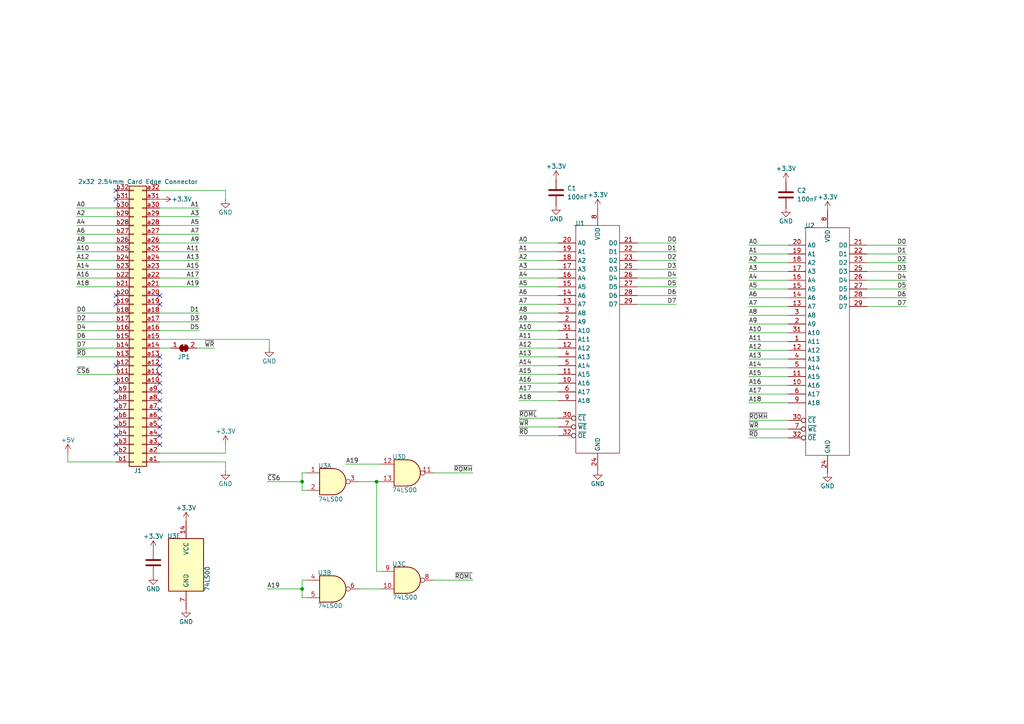
<source format=kicad_sch>
(kicad_sch (version 20230121) (generator eeschema)
  (paper "A4")
  (lib_symbols
    (symbol "74xx:74LS00" (pin_names (offset 1.016))
      (property "Reference" "U" (at 0 1.27 0))
      (property "Value" "74LS00" (at 0 -1.27 0))
      (symbol "74LS00_1_1"
        (arc (start 0 -3.81) (mid 3.7934 0) (end 0 3.81) (stroke (width 0.254)) (fill (type background)))
        (polyline (pts (xy 0 3.81) (xy -3.81 3.81) (xy -3.81 -3.81) (xy 0 -3.81)) (stroke (width 0.254)) (fill (type background)))
        (pin input line (at -7.62 2.54 0) (length 3.81) (name "~") (number "1"))
        (pin input line (at -7.62 -2.54 0) (length 3.81) (name "~") (number "2"))
        (pin output inverted (at 7.62 0 180) (length 3.81) (name "~") (number "3"))
      )
      (symbol "74LS00_1_2"
        (arc (start -3.81 -3.81) (mid -2.589 0) (end -3.81 3.81) (stroke (width 0.254)))
        (arc (start -0.6096 -3.81) (mid 2.1842 -2.5851) (end 3.81 0) (stroke (width 0.254)) (fill (type background)))
        (polyline (pts (xy -3.81 -3.81) (xy -0.635 -3.81)) (stroke (width 0.254)) (fill (type background)))
        (polyline (pts (xy -3.81 3.81) (xy -0.635 3.81)) (stroke (width 0.254)) (fill (type background)))
        (polyline (pts (xy -0.635 3.81) (xy -3.81 3.81) (xy -3.81 3.81) (xy -3.556 3.4036) (xy -3.0226 2.2606) (xy -2.6924 1.0414) (xy -2.6162 -0.254) (xy -2.7686 -1.4986) (xy -3.175 -2.7178) (xy -3.81 -3.81) (xy -3.81 -3.81) (xy -0.635 -3.81)) (stroke (width -25.4)) (fill (type background)))
        (arc (start 3.81 0) (mid 2.1915 2.5936) (end -0.6096 3.81) (stroke (width 0.254)) (fill (type background)))
        (pin input inverted (at -7.62 2.54 0) (length 4.318) (name "~") (number "1"))
        (pin input inverted (at -7.62 -2.54 0) (length 4.318) (name "~") (number "2"))
        (pin output line (at 7.62 0 180) (length 3.81) (name "~") (number "3"))
      )
      (symbol "74LS00_2_1"
        (arc (start 0 -3.81) (mid 3.7934 0) (end 0 3.81) (stroke (width 0.254)) (fill (type background)))
        (polyline (pts (xy 0 3.81) (xy -3.81 3.81) (xy -3.81 -3.81) (xy 0 -3.81)) (stroke (width 0.254)) (fill (type background)))
        (pin input line (at -7.62 2.54 0) (length 3.81) (name "~") (number "4"))
        (pin input line (at -7.62 -2.54 0) (length 3.81) (name "~") (number "5"))
        (pin output inverted (at 7.62 0 180) (length 3.81) (name "~") (number "6"))
      )
      (symbol "74LS00_2_2"
        (arc (start -3.81 -3.81) (mid -2.589 0) (end -3.81 3.81) (stroke (width 0.254)))
        (arc (start -0.6096 -3.81) (mid 2.1842 -2.5851) (end 3.81 0) (stroke (width 0.254)) (fill (type background)))
        (polyline (pts (xy -3.81 -3.81) (xy -0.635 -3.81)) (stroke (width 0.254)) (fill (type background)))
        (polyline (pts (xy -3.81 3.81) (xy -0.635 3.81)) (stroke (width 0.254)) (fill (type background)))
        (polyline (pts (xy -0.635 3.81) (xy -3.81 3.81) (xy -3.81 3.81) (xy -3.556 3.4036) (xy -3.0226 2.2606) (xy -2.6924 1.0414) (xy -2.6162 -0.254) (xy -2.7686 -1.4986) (xy -3.175 -2.7178) (xy -3.81 -3.81) (xy -3.81 -3.81) (xy -0.635 -3.81)) (stroke (width -25.4)) (fill (type background)))
        (arc (start 3.81 0) (mid 2.1915 2.5936) (end -0.6096 3.81) (stroke (width 0.254)) (fill (type background)))
        (pin input inverted (at -7.62 2.54 0) (length 4.318) (name "~") (number "4"))
        (pin input inverted (at -7.62 -2.54 0) (length 4.318) (name "~") (number "5"))
        (pin output line (at 7.62 0 180) (length 3.81) (name "~") (number "6"))
      )
      (symbol "74LS00_3_1"
        (arc (start 0 -3.81) (mid 3.7934 0) (end 0 3.81) (stroke (width 0.254)) (fill (type background)))
        (polyline (pts (xy 0 3.81) (xy -3.81 3.81) (xy -3.81 -3.81) (xy 0 -3.81)) (stroke (width 0.254)) (fill (type background)))
        (pin input line (at -7.62 -2.54 0) (length 3.81) (name "~") (number "10"))
        (pin output inverted (at 7.62 0 180) (length 3.81) (name "~") (number "8"))
        (pin input line (at -7.62 2.54 0) (length 3.81) (name "~") (number "9"))
      )
      (symbol "74LS00_3_2"
        (arc (start -3.81 -3.81) (mid -2.589 0) (end -3.81 3.81) (stroke (width 0.254)))
        (arc (start -0.6096 -3.81) (mid 2.1842 -2.5851) (end 3.81 0) (stroke (width 0.254)) (fill (type background)))
        (polyline (pts (xy -3.81 -3.81) (xy -0.635 -3.81)) (stroke (width 0.254)) (fill (type background)))
        (polyline (pts (xy -3.81 3.81) (xy -0.635 3.81)) (stroke (width 0.254)) (fill (type background)))
        (polyline (pts (xy -0.635 3.81) (xy -3.81 3.81) (xy -3.81 3.81) (xy -3.556 3.4036) (xy -3.0226 2.2606) (xy -2.6924 1.0414) (xy -2.6162 -0.254) (xy -2.7686 -1.4986) (xy -3.175 -2.7178) (xy -3.81 -3.81) (xy -3.81 -3.81) (xy -0.635 -3.81)) (stroke (width -25.4)) (fill (type background)))
        (arc (start 3.81 0) (mid 2.1915 2.5936) (end -0.6096 3.81) (stroke (width 0.254)) (fill (type background)))
        (pin input inverted (at -7.62 -2.54 0) (length 4.318) (name "~") (number "10"))
        (pin output line (at 7.62 0 180) (length 3.81) (name "~") (number "8"))
        (pin input inverted (at -7.62 2.54 0) (length 4.318) (name "~") (number "9"))
      )
      (symbol "74LS00_4_1"
        (arc (start 0 -3.81) (mid 3.7934 0) (end 0 3.81) (stroke (width 0.254)) (fill (type background)))
        (polyline (pts (xy 0 3.81) (xy -3.81 3.81) (xy -3.81 -3.81) (xy 0 -3.81)) (stroke (width 0.254)) (fill (type background)))
        (pin output inverted (at 7.62 0 180) (length 3.81) (name "~") (number "11"))
        (pin input line (at -7.62 2.54 0) (length 3.81) (name "~") (number "12"))
        (pin input line (at -7.62 -2.54 0) (length 3.81) (name "~") (number "13"))
      )
      (symbol "74LS00_4_2"
        (arc (start -3.81 -3.81) (mid -2.589 0) (end -3.81 3.81) (stroke (width 0.254)))
        (arc (start -0.6096 -3.81) (mid 2.1842 -2.5851) (end 3.81 0) (stroke (width 0.254)) (fill (type background)))
        (polyline (pts (xy -3.81 -3.81) (xy -0.635 -3.81)) (stroke (width 0.254)) (fill (type background)))
        (polyline (pts (xy -3.81 3.81) (xy -0.635 3.81)) (stroke (width 0.254)) (fill (type background)))
        (polyline (pts (xy -0.635 3.81) (xy -3.81 3.81) (xy -3.81 3.81) (xy -3.556 3.4036) (xy -3.0226 2.2606) (xy -2.6924 1.0414) (xy -2.6162 -0.254) (xy -2.7686 -1.4986) (xy -3.175 -2.7178) (xy -3.81 -3.81) (xy -3.81 -3.81) (xy -0.635 -3.81)) (stroke (width -25.4)) (fill (type background)))
        (arc (start 3.81 0) (mid 2.1915 2.5936) (end -0.6096 3.81) (stroke (width 0.254)) (fill (type background)))
        (pin output line (at 7.62 0 180) (length 3.81) (name "~") (number "11"))
        (pin input inverted (at -7.62 2.54 0) (length 4.318) (name "~") (number "12"))
        (pin input inverted (at -7.62 -2.54 0) (length 4.318) (name "~") (number "13"))
      )
      (symbol "74LS00_5_0"
        (pin power_in line (at 0 12.7 270) (length 5.08) (name "VCC") (number "14"))
        (pin power_in line (at 0 -12.7 90) (length 5.08) (name "GND") (number "7"))
      )
      (symbol "74LS00_5_1"
        (rectangle (start -5.08 7.62) (end 5.08 -7.62) (stroke (width 0.254)) (fill (type background)))
      )
    )
    (symbol "Device:C" (pin_numbers hide) (pin_names (offset 0.254))
      (property "Reference" "C" (at 0.635 2.54 0))
      (property "Value" "C" (at 0.635 -2.54 0))
      (symbol "C_0_1"
        (polyline (pts (xy -2.032 -0.762) (xy 2.032 -0.762)) (stroke (width 0.508)))
        (polyline (pts (xy -2.032 0.762) (xy 2.032 0.762)) (stroke (width 0.508)))
      )
      (symbol "C_1_1"
        (pin passive line (at 0 3.81 270) (length 2.794) (name "~") (number "1"))
        (pin passive line (at 0 -3.81 90) (length 2.794) (name "~") (number "2"))
      )
    )
    (symbol "Jumper:SolderJumper_2_Bridged" (pin_names (offset 0) hide)
      (property "Reference" "JP" (at 0 2.032 0))
      (property "Value" "SolderJumper_2_Bridged" (at 0 -2.54 0))
      (symbol "SolderJumper_2_Bridged_0_1"
        (rectangle (start -0.508 0.508) (end 0.508 -0.508) (fill (type outline)))
        (arc (start -0.254 1.016) (mid -1.2656 0) (end -0.254 -1.016))
        (arc (start -0.254 1.016) (mid -1.2656 0) (end -0.254 -1.016) (fill (type outline)))
        (polyline (pts (xy -0.254 1.016) (xy -0.254 -1.016)))
        (polyline (pts (xy 0.254 1.016) (xy 0.254 -1.016)))
        (arc (start 0.254 -1.016) (mid 1.2656 0) (end 0.254 1.016))
        (arc (start 0.254 -1.016) (mid 1.2656 0) (end 0.254 1.016) (fill (type outline)))
      )
      (symbol "SolderJumper_2_Bridged_1_1"
        (pin passive line (at -3.81 0 0) (length 2.54) (name "A") (number "1"))
        (pin passive line (at 3.81 0 180) (length 2.54) (name "B") (number "2"))
      )
    )
    (symbol "Memory_Flash:SST39LF040-55-4C-WHE"
      (property "Reference" "U" (at 1.27 1.27 0))
      (symbol "SST39LF040-55-4C-WHE_0_1"
        (rectangle (start 0 0) (end 12.7 -66.04))
      )
      (symbol "SST39LF040-55-4C-WHE_1_1"
        (pin input line (at -5.08 -33.02 0) (length 5.08) (name "A11") (number "1"))
        (pin input line (at -5.08 -45.72 0) (length 5.08) (name "A16") (number "10"))
        (pin input line (at -5.08 -43.18 0) (length 5.08) (name "A15") (number "11"))
        (pin input line (at -5.08 -35.56 0) (length 5.08) (name "A12") (number "12"))
        (pin input line (at -5.08 -22.86 0) (length 5.08) (name "A7") (number "13"))
        (pin input line (at -5.08 -20.32 0) (length 5.08) (name "A6") (number "14"))
        (pin input line (at -5.08 -17.78 0) (length 5.08) (name "A5") (number "15"))
        (pin input line (at -5.08 -15.24 0) (length 5.08) (name "A4") (number "16"))
        (pin input line (at -5.08 -12.7 0) (length 5.08) (name "A3") (number "17"))
        (pin input line (at -5.08 -10.16 0) (length 5.08) (name "A2") (number "18"))
        (pin input line (at -5.08 -7.62 0) (length 5.08) (name "A1") (number "19"))
        (pin input line (at -5.08 -27.94 0) (length 5.08) (name "A9") (number "2"))
        (pin input line (at -5.08 -5.08 0) (length 5.08) (name "A0") (number "20"))
        (pin tri_state line (at 17.78 -5.08 180) (length 5.08) (name "D0") (number "21"))
        (pin tri_state line (at 17.78 -7.62 180) (length 5.08) (name "D1") (number "22"))
        (pin tri_state line (at 17.78 -10.16 180) (length 5.08) (name "D2") (number "23"))
        (pin power_in line (at 6.35 -71.12 90) (length 5.08) (name "GND") (number "24"))
        (pin tri_state line (at 17.78 -12.7 180) (length 5.08) (name "D3") (number "25"))
        (pin tri_state line (at 17.78 -15.24 180) (length 5.08) (name "D4") (number "26"))
        (pin tri_state line (at 17.78 -17.78 180) (length 5.08) (name "D5") (number "27"))
        (pin tri_state line (at 17.78 -20.32 180) (length 5.08) (name "D6") (number "28"))
        (pin tri_state line (at 17.78 -22.86 180) (length 5.08) (name "D7") (number "29"))
        (pin input line (at -5.08 -25.4 0) (length 5.08) (name "A8") (number "3"))
        (pin input inverted (at -5.08 -55.88 0) (length 5.08) (name "~{CE}") (number "30"))
        (pin input line (at -5.08 -30.48 0) (length 5.08) (name "A10") (number "31"))
        (pin input inverted (at -5.08 -60.96 0) (length 5.08) (name "~{OE}") (number "32"))
        (pin input line (at -5.08 -38.1 0) (length 5.08) (name "A13") (number "4"))
        (pin input line (at -5.08 -40.64 0) (length 5.08) (name "A14") (number "5"))
        (pin input line (at -5.08 -48.26 0) (length 5.08) (name "A17") (number "6"))
        (pin input inverted (at -5.08 -58.42 0) (length 5.08) (name "~{WE}") (number "7"))
        (pin power_in line (at 6.35 5.08 270) (length 5.08) (name "VDD") (number "8"))
        (pin input line (at -5.08 -50.8 0) (length 5.08) (name "A18") (number "9"))
      )
    )
    (symbol "Sentinel 65X V2:Conn_02x32_Row_Letter_First" (pin_names (offset 1.016) hide)
      (property "Reference" "J" (at 1.27 40.64 0))
      (property "Value" "Conn_02x32_Row_Letter_First" (at 1.27 -43.18 0))
      (symbol "Conn_02x32_Row_Letter_First_1_1"
        (rectangle (start -1.27 -40.513) (end 0 -40.767) (stroke (width 0.1524)))
        (rectangle (start -1.27 -37.973) (end 0 -38.227) (stroke (width 0.1524)))
        (rectangle (start -1.27 -35.433) (end 0 -35.687) (stroke (width 0.1524)))
        (rectangle (start -1.27 -32.893) (end 0 -33.147) (stroke (width 0.1524)))
        (rectangle (start -1.27 -30.353) (end 0 -30.607) (stroke (width 0.1524)))
        (rectangle (start -1.27 -27.813) (end 0 -28.067) (stroke (width 0.1524)))
        (rectangle (start -1.27 -25.273) (end 0 -25.527) (stroke (width 0.1524)))
        (rectangle (start -1.27 -22.733) (end 0 -22.987) (stroke (width 0.1524)))
        (rectangle (start -1.27 -20.193) (end 0 -20.447) (stroke (width 0.1524)))
        (rectangle (start -1.27 -17.653) (end 0 -17.907) (stroke (width 0.1524)))
        (rectangle (start -1.27 -15.113) (end 0 -15.367) (stroke (width 0.1524)))
        (rectangle (start -1.27 -12.573) (end 0 -12.827) (stroke (width 0.1524)))
        (rectangle (start -1.27 -10.033) (end 0 -10.287) (stroke (width 0.1524)))
        (rectangle (start -1.27 -7.493) (end 0 -7.747) (stroke (width 0.1524)))
        (rectangle (start -1.27 -4.953) (end 0 -5.207) (stroke (width 0.1524)))
        (rectangle (start -1.27 -2.413) (end 0 -2.667) (stroke (width 0.1524)))
        (rectangle (start -1.27 0.127) (end 0 -0.127) (stroke (width 0.1524)))
        (rectangle (start -1.27 2.667) (end 0 2.413) (stroke (width 0.1524)))
        (rectangle (start -1.27 5.207) (end 0 4.953) (stroke (width 0.1524)))
        (rectangle (start -1.27 7.747) (end 0 7.493) (stroke (width 0.1524)))
        (rectangle (start -1.27 10.287) (end 0 10.033) (stroke (width 0.1524)))
        (rectangle (start -1.27 12.827) (end 0 12.573) (stroke (width 0.1524)))
        (rectangle (start -1.27 15.367) (end 0 15.113) (stroke (width 0.1524)))
        (rectangle (start -1.27 17.907) (end 0 17.653) (stroke (width 0.1524)))
        (rectangle (start -1.27 20.447) (end 0 20.193) (stroke (width 0.1524)))
        (rectangle (start -1.27 22.987) (end 0 22.733) (stroke (width 0.1524)))
        (rectangle (start -1.27 25.527) (end 0 25.273) (stroke (width 0.1524)))
        (rectangle (start -1.27 28.067) (end 0 27.813) (stroke (width 0.1524)))
        (rectangle (start -1.27 30.607) (end 0 30.353) (stroke (width 0.1524)))
        (rectangle (start -1.27 33.147) (end 0 32.893) (stroke (width 0.1524)))
        (rectangle (start -1.27 35.687) (end 0 35.433) (stroke (width 0.1524)))
        (rectangle (start -1.27 38.227) (end 0 37.973) (stroke (width 0.1524)))
        (rectangle (start -1.27 39.37) (end 3.81 -41.91) (stroke (width 0.254)) (fill (type background)))
        (rectangle (start 3.81 -40.513) (end 2.54 -40.767) (stroke (width 0.1524)))
        (rectangle (start 3.81 -37.973) (end 2.54 -38.227) (stroke (width 0.1524)))
        (rectangle (start 3.81 -35.433) (end 2.54 -35.687) (stroke (width 0.1524)))
        (rectangle (start 3.81 -32.893) (end 2.54 -33.147) (stroke (width 0.1524)))
        (rectangle (start 3.81 -30.353) (end 2.54 -30.607) (stroke (width 0.1524)))
        (rectangle (start 3.81 -27.813) (end 2.54 -28.067) (stroke (width 0.1524)))
        (rectangle (start 3.81 -25.273) (end 2.54 -25.527) (stroke (width 0.1524)))
        (rectangle (start 3.81 -22.733) (end 2.54 -22.987) (stroke (width 0.1524)))
        (rectangle (start 3.81 -20.193) (end 2.54 -20.447) (stroke (width 0.1524)))
        (rectangle (start 3.81 -17.653) (end 2.54 -17.907) (stroke (width 0.1524)))
        (rectangle (start 3.81 -15.113) (end 2.54 -15.367) (stroke (width 0.1524)))
        (rectangle (start 3.81 -12.573) (end 2.54 -12.827) (stroke (width 0.1524)))
        (rectangle (start 3.81 -10.033) (end 2.54 -10.287) (stroke (width 0.1524)))
        (rectangle (start 3.81 -7.493) (end 2.54 -7.747) (stroke (width 0.1524)))
        (rectangle (start 3.81 -4.953) (end 2.54 -5.207) (stroke (width 0.1524)))
        (rectangle (start 3.81 -2.413) (end 2.54 -2.667) (stroke (width 0.1524)))
        (rectangle (start 3.81 0.127) (end 2.54 -0.127) (stroke (width 0.1524)))
        (rectangle (start 3.81 2.667) (end 2.54 2.413) (stroke (width 0.1524)))
        (rectangle (start 3.81 5.207) (end 2.54 4.953) (stroke (width 0.1524)))
        (rectangle (start 3.81 7.747) (end 2.54 7.493) (stroke (width 0.1524)))
        (rectangle (start 3.81 10.287) (end 2.54 10.033) (stroke (width 0.1524)))
        (rectangle (start 3.81 12.827) (end 2.54 12.573) (stroke (width 0.1524)))
        (rectangle (start 3.81 15.367) (end 2.54 15.113) (stroke (width 0.1524)))
        (rectangle (start 3.81 17.907) (end 2.54 17.653) (stroke (width 0.1524)))
        (rectangle (start 3.81 20.447) (end 2.54 20.193) (stroke (width 0.1524)))
        (rectangle (start 3.81 22.987) (end 2.54 22.733) (stroke (width 0.1524)))
        (rectangle (start 3.81 25.527) (end 2.54 25.273) (stroke (width 0.1524)))
        (rectangle (start 3.81 28.067) (end 2.54 27.813) (stroke (width 0.1524)))
        (rectangle (start 3.81 30.607) (end 2.54 30.353) (stroke (width 0.1524)))
        (rectangle (start 3.81 33.147) (end 2.54 32.893) (stroke (width 0.1524)))
        (rectangle (start 3.81 35.687) (end 2.54 35.433) (stroke (width 0.1524)))
        (rectangle (start 3.81 38.227) (end 2.54 37.973) (stroke (width 0.1524)))
        (pin passive line (at -5.08 38.1 0) (length 3.81) (name "Pin_a1") (number "a1"))
        (pin passive line (at -5.08 15.24 0) (length 3.81) (name "Pin_a10") (number "a10"))
        (pin passive line (at -5.08 12.7 0) (length 3.81) (name "Pin_a11") (number "a11"))
        (pin passive line (at -5.08 10.16 0) (length 3.81) (name "Pin_a12") (number "a12"))
        (pin passive line (at -5.08 7.62 0) (length 3.81) (name "Pin_a13") (number "a13"))
        (pin passive line (at -5.08 5.08 0) (length 3.81) (name "Pin_a14") (number "a14"))
        (pin passive line (at -5.08 2.54 0) (length 3.81) (name "Pin_a15") (number "a15"))
        (pin passive line (at -5.08 0 0) (length 3.81) (name "Pin_a16") (number "a16"))
        (pin passive line (at -5.08 -2.54 0) (length 3.81) (name "Pin_a17") (number "a17"))
        (pin passive line (at -5.08 -5.08 0) (length 3.81) (name "Pin_a18") (number "a18"))
        (pin passive line (at -5.08 -7.62 0) (length 3.81) (name "Pin_a19") (number "a19"))
        (pin passive line (at -5.08 35.56 0) (length 3.81) (name "Pin_a2") (number "a2"))
        (pin passive line (at -5.08 -10.16 0) (length 3.81) (name "Pin_a20") (number "a20"))
        (pin passive line (at -5.08 -12.7 0) (length 3.81) (name "Pin_a21") (number "a21"))
        (pin passive line (at -5.08 -15.24 0) (length 3.81) (name "Pin_a22") (number "a22"))
        (pin passive line (at -5.08 -17.78 0) (length 3.81) (name "Pin_a23") (number "a23"))
        (pin passive line (at -5.08 -20.32 0) (length 3.81) (name "Pin_a24") (number "a24"))
        (pin passive line (at -5.08 -22.86 0) (length 3.81) (name "Pin_a25") (number "a25"))
        (pin passive line (at -5.08 -25.4 0) (length 3.81) (name "Pin_a26") (number "a26"))
        (pin passive line (at -5.08 -27.94 0) (length 3.81) (name "Pin_a27") (number "a27"))
        (pin passive line (at -5.08 -30.48 0) (length 3.81) (name "Pin_a28") (number "a28"))
        (pin passive line (at -5.08 -33.02 0) (length 3.81) (name "Pin_a29") (number "a29"))
        (pin passive line (at -5.08 33.02 0) (length 3.81) (name "Pin_a3") (number "a3"))
        (pin passive line (at -5.08 -35.56 0) (length 3.81) (name "Pin_a30") (number "a30"))
        (pin passive line (at -5.08 -38.1 0) (length 3.81) (name "Pin_a31") (number "a31"))
        (pin passive line (at -5.08 -40.64 0) (length 3.81) (name "Pin_a32") (number "a32"))
        (pin passive line (at -5.08 30.48 0) (length 3.81) (name "Pin_a4") (number "a4"))
        (pin passive line (at -5.08 27.94 0) (length 3.81) (name "Pin_a5") (number "a5"))
        (pin passive line (at -5.08 25.4 0) (length 3.81) (name "Pin_a6") (number "a6"))
        (pin passive line (at -5.08 22.86 0) (length 3.81) (name "Pin_a7") (number "a7"))
        (pin passive line (at -5.08 20.32 0) (length 3.81) (name "Pin_a8") (number "a8"))
        (pin passive line (at -5.08 17.78 0) (length 3.81) (name "Pin_a9") (number "a9"))
        (pin passive line (at 7.62 38.1 180) (length 3.81) (name "Pin_b1") (number "b1"))
        (pin passive line (at 7.62 15.24 180) (length 3.81) (name "Pin_b10") (number "b10"))
        (pin passive line (at 7.62 12.7 180) (length 3.81) (name "Pin_b11") (number "b11"))
        (pin passive line (at 7.62 10.16 180) (length 3.81) (name "Pin_b12") (number "b12"))
        (pin passive line (at 7.62 7.62 180) (length 3.81) (name "Pin_b13") (number "b13"))
        (pin passive line (at 7.62 5.08 180) (length 3.81) (name "Pin_b14") (number "b14"))
        (pin passive line (at 7.62 2.54 180) (length 3.81) (name "Pin_b15") (number "b15"))
        (pin passive line (at 7.62 0 180) (length 3.81) (name "Pin_b16") (number "b16"))
        (pin passive line (at 7.62 -2.54 180) (length 3.81) (name "Pin_b17") (number "b17"))
        (pin passive line (at 7.62 -5.08 180) (length 3.81) (name "Pin_b18") (number "b18"))
        (pin passive line (at 7.62 -7.62 180) (length 3.81) (name "Pin_b19") (number "b19"))
        (pin passive line (at 7.62 35.56 180) (length 3.81) (name "Pin_b2") (number "b2"))
        (pin passive line (at 7.62 -10.16 180) (length 3.81) (name "Pin_b20") (number "b20"))
        (pin passive line (at 7.62 -12.7 180) (length 3.81) (name "Pin_b21") (number "b21"))
        (pin passive line (at 7.62 -15.24 180) (length 3.81) (name "Pin_b22") (number "b22"))
        (pin passive line (at 7.62 -17.78 180) (length 3.81) (name "Pin_b23") (number "b23"))
        (pin passive line (at 7.62 -20.32 180) (length 3.81) (name "Pin_b24") (number "b24"))
        (pin passive line (at 7.62 -22.86 180) (length 3.81) (name "Pin_b25") (number "b25"))
        (pin passive line (at 7.62 -25.4 180) (length 3.81) (name "Pin_b26") (number "b26"))
        (pin passive line (at 7.62 -27.94 180) (length 3.81) (name "Pin_b27") (number "b27"))
        (pin passive line (at 7.62 -30.48 180) (length 3.81) (name "Pin_b28") (number "b28"))
        (pin passive line (at 7.62 -33.02 180) (length 3.81) (name "Pin_b29") (number "b29"))
        (pin passive line (at 7.62 33.02 180) (length 3.81) (name "Pin_b3") (number "b3"))
        (pin passive line (at 7.62 -35.56 180) (length 3.81) (name "Pin_b30") (number "b30"))
        (pin passive line (at 7.62 -38.1 180) (length 3.81) (name "Pin_b31") (number "b31"))
        (pin passive line (at 7.62 -40.64 180) (length 3.81) (name "Pin_b32") (number "b32"))
        (pin passive line (at 7.62 30.48 180) (length 3.81) (name "Pin_b4") (number "b4"))
        (pin passive line (at 7.62 27.94 180) (length 3.81) (name "Pin_b5") (number "b5"))
        (pin passive line (at 7.62 25.4 180) (length 3.81) (name "Pin_b6") (number "b6"))
        (pin passive line (at 7.62 22.86 180) (length 3.81) (name "Pin_b7") (number "b7"))
        (pin passive line (at 7.62 20.32 180) (length 3.81) (name "Pin_b8") (number "b8"))
        (pin passive line (at 7.62 17.78 180) (length 3.81) (name "Pin_b9") (number "b9"))
      )
    )
    (symbol "power:+3.3V" (power) (pin_names (offset 0))
      (property "Value" "+3.3V" (at 0 3.556 0))
      (symbol "+3.3V_0_1"
        (polyline (pts (xy -0.762 1.27) (xy 0 2.54)))
        (polyline (pts (xy 0 0) (xy 0 2.54)))
        (polyline (pts (xy 0 2.54) (xy 0.762 1.27)))
      )
      (symbol "+3.3V_1_1"
        (pin power_in line (at 0 0 90) (length 0) hide (name "+3.3V") (number "1"))
      )
    )
    (symbol "power:+5V" (power) (pin_names (offset 0))
      (property "Value" "+5V" (at 0 3.556 0))
      (symbol "+5V_0_1"
        (polyline (pts (xy -0.762 1.27) (xy 0 2.54)))
        (polyline (pts (xy 0 0) (xy 0 2.54)))
        (polyline (pts (xy 0 2.54) (xy 0.762 1.27)))
      )
      (symbol "+5V_1_1"
        (pin power_in line (at 0 0 90) (length 0) hide (name "+5V") (number "1"))
      )
    )
    (symbol "power:GND" (power) (pin_names (offset 0))
      (property "Value" "GND" (at 0 -3.81 0))
      (symbol "GND_0_1"
        (polyline (pts (xy 0 0) (xy 0 -1.27) (xy 1.27 -1.27) (xy 0 -2.54) (xy -1.27 -1.27) (xy 0 -1.27)))
      )
      (symbol "GND_1_1"
        (pin power_in line (at 0 0 270) (length 0) hide (name "GND") (number "1"))
      )
    )
  )
  (junction (at 109.22 139.7))
  (junction (at 87.63 139.7))
  (junction (at 87.63 170.815))
  (no_connect (at 33.655 123.825))
  (no_connect (at 46.355 113.665))
  (no_connect (at 33.655 113.665))
  (no_connect (at 33.655 128.905))
  (no_connect (at 33.655 106.045))
  (no_connect (at 33.655 111.125))
  (no_connect (at 46.355 85.725))
  (no_connect (at 46.355 123.825))
  (no_connect (at 33.655 116.205))
  (no_connect (at 33.655 88.265))
  (no_connect (at 33.655 85.725))
  (no_connect (at 46.355 88.265))
  (no_connect (at 33.655 126.365))
  (no_connect (at 46.355 103.505))
  (no_connect (at 46.355 128.905))
  (no_connect (at 33.655 131.445))
  (no_connect (at 46.355 126.365))
  (no_connect (at 33.655 118.745))
  (no_connect (at 46.355 108.585))
  (no_connect (at 46.355 121.285))
  (no_connect (at 33.655 55.245))
  (no_connect (at 46.355 116.205))
  (no_connect (at 46.355 111.125))
  (no_connect (at 33.655 121.285))
  (no_connect (at 33.655 57.785))
  (no_connect (at 46.355 106.045))
  (no_connect (at 46.355 118.745))
  (wire (pts (xy 150.495 88.265) (xy 161.925 88.265)))
  (wire (pts (xy 46.355 93.345) (xy 57.785 93.345)))
  (wire (pts (xy 150.495 85.725) (xy 161.925 85.725)))
  (wire (pts (xy 150.495 126.365) (xy 161.925 126.365)))
  (wire (pts (xy 77.47 139.7) (xy 87.63 139.7)))
  (wire (pts (xy 217.17 83.82) (xy 228.6 83.82)))
  (wire (pts (xy 22.225 70.485) (xy 33.655 70.485)))
  (wire (pts (xy 46.355 80.645) (xy 57.785 80.645)))
  (wire (pts (xy 137.16 168.275) (xy 125.73 168.275)))
  (wire (pts (xy 87.63 170.815) (xy 87.63 173.355)))
  (wire (pts (xy 87.63 137.16) (xy 87.63 139.7)))
  (wire (pts (xy 217.17 91.44) (xy 228.6 91.44)))
  (wire (pts (xy 22.225 98.425) (xy 33.655 98.425)))
  (wire (pts (xy 46.355 95.885) (xy 57.785 95.885)))
  (wire (pts (xy 217.17 124.46) (xy 228.6 124.46)))
  (wire (pts (xy 184.785 83.185) (xy 196.215 83.185)))
  (wire (pts (xy 150.495 121.285) (xy 161.925 121.285)))
  (wire (pts (xy 22.225 103.505) (xy 33.655 103.505)))
  (wire (pts (xy 87.63 168.275) (xy 87.63 170.815)))
  (wire (pts (xy 46.355 98.425) (xy 78.105 98.425)))
  (wire (pts (xy 150.495 100.965) (xy 161.925 100.965)))
  (wire (pts (xy 217.17 78.74) (xy 228.6 78.74)))
  (wire (pts (xy 251.46 76.2) (xy 262.89 76.2)))
  (wire (pts (xy 33.655 95.885) (xy 22.225 95.885)))
  (wire (pts (xy 217.17 114.3) (xy 228.6 114.3)))
  (wire (pts (xy 22.225 67.945) (xy 33.655 67.945)))
  (wire (pts (xy 251.46 81.28) (xy 262.89 81.28)))
  (wire (pts (xy 46.355 100.965) (xy 49.53 100.965)))
  (wire (pts (xy 150.495 116.205) (xy 161.925 116.205)))
  (wire (pts (xy 217.17 88.9) (xy 228.6 88.9)))
  (wire (pts (xy 87.63 137.16) (xy 88.9 137.16)))
  (wire (pts (xy 22.225 75.565) (xy 33.655 75.565)))
  (wire (pts (xy 217.17 106.68) (xy 228.6 106.68)))
  (wire (pts (xy 150.495 103.505) (xy 161.925 103.505)))
  (wire (pts (xy 217.17 73.66) (xy 228.6 73.66)))
  (wire (pts (xy 46.355 90.805) (xy 57.785 90.805)))
  (wire (pts (xy 184.785 88.265) (xy 196.215 88.265)))
  (wire (pts (xy 46.355 65.405) (xy 57.785 65.405)))
  (wire (pts (xy 22.225 60.325) (xy 33.655 60.325)))
  (wire (pts (xy 100.33 134.62) (xy 110.49 134.62)))
  (wire (pts (xy 150.495 108.585) (xy 161.925 108.585)))
  (wire (pts (xy 22.225 65.405) (xy 33.655 65.405)))
  (wire (pts (xy 46.355 60.325) (xy 57.785 60.325)))
  (wire (pts (xy 109.22 139.7) (xy 109.22 165.735)))
  (wire (pts (xy 184.785 73.025) (xy 196.215 73.025)))
  (wire (pts (xy 150.495 95.885) (xy 161.925 95.885)))
  (wire (pts (xy 251.46 83.82) (xy 262.89 83.82)))
  (wire (pts (xy 110.49 139.7) (xy 109.22 139.7)))
  (wire (pts (xy 217.17 81.28) (xy 228.6 81.28)))
  (wire (pts (xy 77.47 170.815) (xy 87.63 170.815)))
  (wire (pts (xy 217.17 99.06) (xy 228.6 99.06)))
  (wire (pts (xy 150.495 106.045) (xy 161.925 106.045)))
  (wire (pts (xy 150.495 75.565) (xy 161.925 75.565)))
  (wire (pts (xy 87.63 142.24) (xy 88.9 142.24)))
  (wire (pts (xy 217.17 76.2) (xy 228.6 76.2)))
  (wire (pts (xy 110.49 170.815) (xy 104.14 170.815)))
  (wire (pts (xy 65.405 55.245) (xy 65.405 57.785)))
  (wire (pts (xy 150.495 70.485) (xy 161.925 70.485)))
  (wire (pts (xy 150.495 111.125) (xy 161.925 111.125)))
  (wire (pts (xy 217.17 109.22) (xy 228.6 109.22)))
  (wire (pts (xy 46.355 131.445) (xy 65.405 131.445)))
  (wire (pts (xy 46.355 78.105) (xy 57.785 78.105)))
  (wire (pts (xy 217.17 93.98) (xy 228.6 93.98)))
  (wire (pts (xy 65.405 128.905) (xy 65.405 131.445)))
  (wire (pts (xy 33.655 133.985) (xy 19.685 133.985)))
  (wire (pts (xy 46.355 67.945) (xy 57.785 67.945)))
  (wire (pts (xy 87.63 139.7) (xy 87.63 142.24)))
  (wire (pts (xy 46.355 55.245) (xy 65.405 55.245)))
  (wire (pts (xy 251.46 73.66) (xy 262.89 73.66)))
  (wire (pts (xy 251.46 71.12) (xy 262.89 71.12)))
  (wire (pts (xy 109.22 165.735) (xy 110.49 165.735)))
  (wire (pts (xy 150.495 98.425) (xy 161.925 98.425)))
  (wire (pts (xy 217.17 86.36) (xy 228.6 86.36)))
  (wire (pts (xy 46.355 75.565) (xy 57.785 75.565)))
  (wire (pts (xy 217.17 96.52) (xy 228.6 96.52)))
  (wire (pts (xy 78.105 98.425) (xy 78.105 100.965)))
  (wire (pts (xy 150.495 90.805) (xy 161.925 90.805)))
  (wire (pts (xy 150.495 73.025) (xy 161.925 73.025)))
  (wire (pts (xy 33.655 80.645) (xy 22.225 80.645)))
  (wire (pts (xy 217.17 127) (xy 228.6 127)))
  (wire (pts (xy 87.63 173.355) (xy 88.9 173.355)))
  (wire (pts (xy 150.495 83.185) (xy 161.925 83.185)))
  (wire (pts (xy 217.17 71.12) (xy 228.6 71.12)))
  (wire (pts (xy 137.16 137.16) (xy 125.73 137.16)))
  (wire (pts (xy 19.685 131.445) (xy 19.685 133.985)))
  (wire (pts (xy 22.225 108.585) (xy 33.655 108.585)))
  (wire (pts (xy 22.225 78.105) (xy 33.655 78.105)))
  (wire (pts (xy 46.355 70.485) (xy 57.785 70.485)))
  (wire (pts (xy 184.785 75.565) (xy 196.215 75.565)))
  (wire (pts (xy 46.355 62.865) (xy 57.785 62.865)))
  (wire (pts (xy 184.785 70.485) (xy 196.215 70.485)))
  (wire (pts (xy 109.22 139.7) (xy 104.14 139.7)))
  (wire (pts (xy 33.655 83.185) (xy 22.225 83.185)))
  (wire (pts (xy 46.355 133.985) (xy 65.405 133.985)))
  (wire (pts (xy 150.495 113.665) (xy 161.925 113.665)))
  (wire (pts (xy 22.225 73.025) (xy 33.655 73.025)))
  (wire (pts (xy 184.785 80.645) (xy 196.215 80.645)))
  (wire (pts (xy 251.46 88.9) (xy 262.89 88.9)))
  (wire (pts (xy 184.785 85.725) (xy 196.215 85.725)))
  (wire (pts (xy 217.17 116.84) (xy 228.6 116.84)))
  (wire (pts (xy 33.655 90.805) (xy 22.225 90.805)))
  (wire (pts (xy 65.405 133.985) (xy 65.405 136.525)))
  (wire (pts (xy 251.46 86.36) (xy 262.89 86.36)))
  (wire (pts (xy 46.355 83.185) (xy 57.785 83.185)))
  (wire (pts (xy 184.785 78.105) (xy 196.215 78.105)))
  (wire (pts (xy 62.23 100.965) (xy 57.15 100.965)))
  (wire (pts (xy 46.355 73.025) (xy 57.785 73.025)))
  (wire (pts (xy 33.655 100.965) (xy 22.225 100.965)))
  (wire (pts (xy 46.355 57.785) (xy 46.99 57.785)))
  (wire (pts (xy 217.17 111.76) (xy 228.6 111.76)))
  (wire (pts (xy 217.17 104.14) (xy 228.6 104.14)))
  (wire (pts (xy 150.495 78.105) (xy 161.925 78.105)))
  (wire (pts (xy 217.17 101.6) (xy 228.6 101.6)))
  (wire (pts (xy 217.17 121.92) (xy 228.6 121.92)))
  (wire (pts (xy 22.225 62.865) (xy 33.655 62.865)))
  (wire (pts (xy 87.63 168.275) (xy 88.9 168.275)))
  (wire (pts (xy 33.655 93.345) (xy 22.225 93.345)))
  (wire (pts (xy 150.495 123.825) (xy 161.925 123.825)))
  (wire (pts (xy 251.46 78.74) (xy 262.89 78.74)))
  (wire (pts (xy 150.495 80.645) (xy 161.925 80.645)))
  (wire (pts (xy 150.495 93.345) (xy 161.925 93.345)))
  (label "~{ROMH}" (at 217.17 121.92 0))
  (label "A4" (at 150.495 80.645 0))
  (label "~{RD}" (at 22.225 103.505 0))
  (label "A19" (at 77.47 170.815 0))
  (label "D1" (at 57.785 90.805 180))
  (label "A17" (at 217.17 114.3 0))
  (label "A1" (at 150.495 73.025 0))
  (label "A18" (at 150.495 116.205 0))
  (label "D4" (at 262.89 81.28 180))
  (label "A11" (at 57.785 73.025 180))
  (label "A2" (at 217.17 76.2 0))
  (label "A0" (at 217.17 71.12 0))
  (label "A16" (at 22.225 80.645 0))
  (label "A13" (at 57.785 75.565 180))
  (label "A17" (at 150.495 113.665 0))
  (label "A5" (at 217.17 83.82 0))
  (label "A7" (at 57.785 67.945 180))
  (label "A10" (at 217.17 96.52 0))
  (label "~{ROML}" (at 150.495 121.285 0))
  (label "A3" (at 57.785 62.865 180))
  (label "A11" (at 150.495 98.425 0))
  (label "A4" (at 217.17 81.28 0))
  (label "A12" (at 217.17 101.6 0))
  (label "D5" (at 57.785 95.885 180))
  (label "A18" (at 217.17 116.84 0))
  (label "D6" (at 22.225 98.425 0))
  (label "A14" (at 22.225 78.105 0))
  (label "D7" (at 196.215 88.265 180))
  (label "A1" (at 217.17 73.66 0))
  (label "A7" (at 217.17 88.9 0))
  (label "D2" (at 262.89 76.2 180))
  (label "A10" (at 22.225 73.025 0))
  (label "A15" (at 150.495 108.585 0))
  (label "A7" (at 150.495 88.265 0))
  (label "~{ROML}" (at 137.16 168.275 180))
  (label "D3" (at 262.89 78.74 180))
  (label "D6" (at 196.215 85.725 180))
  (label "~{RD}" (at 150.495 126.365 0))
  (label "A3" (at 217.17 78.74 0))
  (label "D0" (at 262.89 71.12 180))
  (label "D7" (at 262.89 88.9 180))
  (label "A15" (at 217.17 109.22 0))
  (label "D1" (at 196.215 73.025 180))
  (label "A5" (at 57.785 65.405 180))
  (label "~{CS}6" (at 77.47 139.7 0))
  (label "D5" (at 262.89 83.82 180))
  (label "A4" (at 22.225 65.405 0))
  (label "~{WR}" (at 62.23 100.965 180))
  (label "A9" (at 150.495 93.345 0))
  (label "~{RD}" (at 217.17 127 0))
  (label "A2" (at 22.225 62.865 0))
  (label "A17" (at 57.785 80.645 180))
  (label "D3" (at 196.215 78.105 180))
  (label "A8" (at 22.225 70.485 0))
  (label "A14" (at 150.495 106.045 0))
  (label "A6" (at 217.17 86.36 0))
  (label "A9" (at 57.785 70.485 180))
  (label "D4" (at 196.215 80.645 180))
  (label "A2" (at 150.495 75.565 0))
  (label "A9" (at 217.17 93.98 0))
  (label "A8" (at 150.495 90.805 0))
  (label "A3" (at 150.495 78.105 0))
  (label "A12" (at 22.225 75.565 0))
  (label "A6" (at 22.225 67.945 0))
  (label "A19" (at 100.33 134.62 0))
  (label "A16" (at 150.495 111.125 0))
  (label "~{ROMH}" (at 137.16 137.16 180))
  (label "A14" (at 217.17 106.68 0))
  (label "A13" (at 150.495 103.505 0))
  (label "A5" (at 150.495 83.185 0))
  (label "A16" (at 217.17 111.76 0))
  (label "A18" (at 22.225 83.185 0))
  (label "D2" (at 22.225 93.345 0))
  (label "D4" (at 22.225 95.885 0))
  (label "A13" (at 217.17 104.14 0))
  (label "D7" (at 22.225 100.965 0))
  (label "A1" (at 57.785 60.325 180))
  (label "D0" (at 196.215 70.485 180))
  (label "A6" (at 150.495 85.725 0))
  (label "A0" (at 150.495 70.485 0))
  (label "D3" (at 57.785 93.345 180))
  (label "A8" (at 217.17 91.44 0))
  (label "A0" (at 22.225 60.325 0))
  (label "A10" (at 150.495 95.885 0))
  (label "A15" (at 57.785 78.105 180))
  (label "D6" (at 262.89 86.36 180))
  (label "A11" (at 217.17 99.06 0))
  (label "A19" (at 57.785 83.185 180))
  (label "~{WR}" (at 150.495 123.825 0))
  (label "D5" (at 196.215 83.185 180))
  (label "~{WR}" (at 217.17 124.46 0))
  (label "~{CS}6" (at 22.225 108.585 0))
  (label "D2" (at 196.215 75.565 180))
  (label "D0" (at 22.225 90.805 0))
  (label "A12" (at 150.495 100.965 0))
  (label "D1" (at 262.89 73.66 180))
  (symbol (lib_id "74xx:74LS00") (at 96.52 170.815 0) (unit 2)
    (property "Reference" "U3" (at 94.1433 166.1052 0))
    (property "Value" "74LS00" (at 95.7084 175.6815 0))
    (property "Footprint" "Package_SO:SOIC-14_3.9x8.7mm_P1.27mm" (effects hide))
    (property "Datasheet" "http://www.ti.com/lit/gpn/sn74ls00" (effects hide))
  )
  (symbol (lib_id "power:GND") (at 227.965 60.325 0) (unit 1)
    (property "Reference" "#PWR012" (effects hide))
    (property "Value" "GND" (at 227.965 64.135 0))
  )
  (symbol (lib_id "Memory_Flash:SST39LF040-55-4C-WHE") (at 233.68 66.04 0) (unit 1)
    (property "Reference" "U2" (at 233.5626 65.405 0) (effects (justify left)))
    (property "Value" "~" (at 233.68 66.04 0))
    (property "Footprint" "Package_SO:TSOP-I-32_14.4x8mm_P0.5mm" (effects hide))
    (property "Datasheet" "https://www.mouser.ca/datasheet/2/268/20005023B-709002.pdf" (effects hide))
  )
  (symbol (lib_id "74xx:74LS00") (at 118.11 168.275 0) (unit 3)
    (property "Reference" "U3" (at 115.7574 163.5954 0))
    (property "Value" "74LS00" (at 117.4829 173.2426 0))
    (property "Footprint" "Package_SO:SOIC-14_3.9x8.7mm_P1.27mm" (effects hide))
    (property "Datasheet" "http://www.ti.com/lit/gpn/sn74ls00" (effects hide))
  )
  (symbol (lib_id "power:+3.3V") (at 240.03 60.96 0) (unit 1)
    (property "Reference" "#PWR013" (effects hide))
    (property "Value" "+3.3V" (at 240.03 57.15 0))
  )
  (symbol (lib_id "power:GND") (at 173.355 136.525 0) (unit 1)
    (property "Reference" "#PWR08" (effects hide))
    (property "Value" "GND" (at 173.355 140.335 0))
  )
  (symbol (lib_id "Device:C") (at 44.45 163.195 0) (unit 1)
    (property "Reference" "C3" (effects hide))
    (property "Value" "100nF" (effects hide))
    (property "Footprint" "Capacitor_SMD:C_0603_1608Metric" (effects hide))
  )
  (symbol (lib_id "power:+3.3V") (at 53.975 151.13 0) (unit 1)
    (property "Reference" "#PWR017" (effects hide))
    (property "Value" "+3.3V" (at 53.975 147.32 0))
  )
  (symbol (lib_id "74xx:74LS00") (at 96.52 139.7 0) (unit 1)
    (property "Reference" "U3" (at 94.1959 135.0871 0))
    (property "Value" "74LS00" (at 95.8767 144.78 0))
    (property "Footprint" "Package_SO:SOIC-14_3.9x8.7mm_P1.27mm" (effects hide))
    (property "Datasheet" "http://www.ti.com/lit/gpn/sn74ls00" (effects hide))
  )
  (symbol (lib_id "74xx:74LS00") (at 118.11 137.16 0) (unit 4)
    (property "Reference" "U3" (at 115.7709 132.5009 0))
    (property "Value" "74LS00" (at 117.3493 142.1163 0))
    (property "Footprint" "Package_SO:SOIC-14_3.9x8.7mm_P1.27mm" (effects hide))
    (property "Datasheet" "http://www.ti.com/lit/gpn/sn74ls00" (effects hide))
  )
  (symbol (lib_id "power:+3.3V") (at 44.45 159.385 0) (unit 1)
    (property "Reference" "#PWR015" (effects hide))
    (property "Value" "+3.3V" (at 44.45 155.575 0))
  )
  (symbol (lib_id "Memory_Flash:SST39LF040-55-4C-WHE") (at 167.005 65.405 0) (unit 1)
    (property "Reference" "U1" (at 166.8876 64.77 0) (effects (justify left)))
    (property "Value" "~" (at 167.005 65.405 0))
    (property "Footprint" "Package_SO:TSOP-I-32_14.4x8mm_P0.5mm" (effects hide))
    (property "Datasheet" "https://www.mouser.ca/datasheet/2/268/20005023B-709002.pdf" (effects hide))
  )
  (symbol (lib_id "power:GND") (at 53.975 176.53 0) (unit 1)
    (property "Reference" "#PWR018" (effects hide))
    (property "Value" "GND" (at 53.975 180.34 0))
  )
  (symbol (lib_id "power:+3.3V") (at 227.965 52.705 0) (unit 1)
    (property "Reference" "#PWR011" (effects hide))
    (property "Value" "+3.3V" (at 227.965 48.895 0))
  )
  (symbol (lib_id "power:GND") (at 78.105 100.965 0) (unit 1)
    (property "Reference" "#PWR03" (effects hide))
    (property "Value" "GND" (at 78.105 104.775 0))
  )
  (symbol (lib_id "Jumper:SolderJumper_2_Bridged") (at 53.34 100.965 0) (unit 1)
    (property "Reference" "JP1" (at 53.34 103.505 0))
    (property "Value" "SolderJumper_2_Bridged" (effects hide))
    (property "Footprint" "Jumper:SolderJumper-2_P1.3mm_Bridged_RoundedPad1.0x1.5mm" (effects hide))
  )
  (symbol (lib_id "power:+3.3V") (at 173.355 60.325 0) (unit 1)
    (property "Reference" "#PWR07" (effects hide))
    (property "Value" "+3.3V" (at 173.355 56.515 0))
  )
  (symbol (lib_id "power:+3.3V") (at 161.29 52.07 0) (unit 1)
    (property "Reference" "#PWR09" (effects hide))
    (property "Value" "+3.3V" (at 161.29 48.26 0))
  )
  (symbol (lib_id "74xx:74LS00") (at 53.975 163.83 0) (unit 5)
    (property "Reference" "U3" (at 48.4793 155.48 0) (effects (justify left)))
    (property "Value" "74LS00" (at 60.1278 171.4841 90) (effects (justify left)))
    (property "Footprint" "Package_SO:SOIC-14_3.9x8.7mm_P1.27mm" (effects hide))
    (property "Datasheet" "http://www.ti.com/lit/gpn/sn74ls00" (effects hide))
  )
  (symbol (lib_id "power:+3.3V") (at 46.99 57.785 270) (unit 1)
    (property "Reference" "#PWR01" (effects hide))
    (property "Value" "+3.3V" (at 52.705 57.785 90))
  )
  (symbol (lib_id "power:GND") (at 161.29 59.69 0) (unit 1)
    (property "Reference" "#PWR010" (effects hide))
    (property "Value" "GND" (at 161.29 63.5 0))
  )
  (symbol (lib_id "Device:C") (at 161.29 55.88 0) (unit 1)
    (property "Reference" "C1" (at 164.465 54.6099 0) (effects (justify left)))
    (property "Value" "100nF" (at 164.465 57.1499 0) (effects (justify left)))
    (property "Footprint" "Capacitor_SMD:C_0603_1608Metric" (effects hide))
  )
  (symbol (lib_id "Sentinel 65X V2:Conn_02x32_Row_Letter_First") (at 41.275 95.885 180) (unit 1) (in_bom no)
    (property "Reference" "J1" (at 40.005 136.525 0))
    (property "Value" "2x32 2.54mm Card Edge Connector" (at 40.005 52.705 0))
    (property "Footprint" "Connector:Conn_Edge_2x32_THT_2.54mm_Male" (effects hide))
  )
  (symbol (lib_id "power:+5V") (at 19.685 131.445 0) (unit 1)
    (property "Reference" "#PWR05" (effects hide))
    (property "Value" "+5V" (at 19.685 127.635 0))
  )
  (symbol (lib_id "power:+3.3V") (at 65.405 128.905 0) (unit 1)
    (property "Reference" "#PWR04" (effects hide))
    (property "Value" "+3.3V" (at 65.405 125.095 0))
  )
  (symbol (lib_id "power:GND") (at 65.405 57.785 0) (unit 1)
    (property "Reference" "#PWR02" (effects hide))
    (property "Value" "GND" (at 65.405 61.595 0))
  )
  (symbol (lib_id "power:GND") (at 44.45 167.005 0) (unit 1)
    (property "Reference" "#PWR016" (effects hide))
    (property "Value" "GND" (at 44.45 170.815 0))
  )
  (symbol (lib_id "power:GND") (at 240.03 137.16 0) (unit 1)
    (property "Reference" "#PWR014" (effects hide))
    (property "Value" "GND" (at 240.03 140.97 0))
  )
  (symbol (lib_id "Device:C") (at 227.965 56.515 0) (unit 1)
    (property "Reference" "C2" (at 231.14 55.2449 0) (effects (justify left)))
    (property "Value" "100nF" (at 231.14 57.7849 0) (effects (justify left)))
    (property "Footprint" "Capacitor_SMD:C_0603_1608Metric" (effects hide))
  )
  (symbol (lib_id "power:GND") (at 65.405 136.525 0) (unit 1)
    (property "Reference" "#PWR06" (effects hide))
    (property "Value" "GND" (at 65.405 140.335 0))
  )
)
</source>
